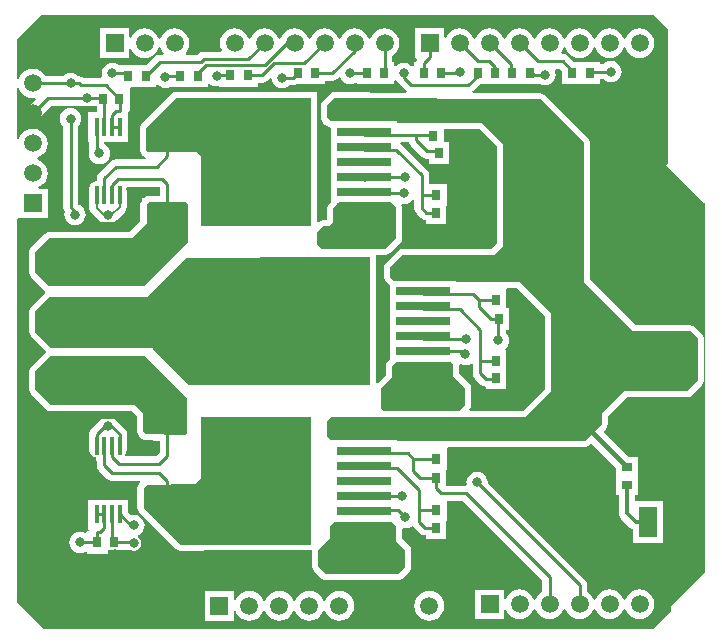
<source format=gtl>
G04*
G04 #@! TF.GenerationSoftware,Altium Limited,Altium Designer,18.0.7 (293)*
G04*
G04 Layer_Physical_Order=1*
G04 Layer_Color=255*
%FSLAX25Y25*%
%MOIN*%
G70*
G01*
G75*
%ADD10C,0.01000*%
%ADD11C,0.00787*%
%ADD12R,0.05906X0.10236*%
%ADD13R,0.03543X0.02756*%
%ADD14R,0.02756X0.03543*%
%ADD15R,0.12992X0.04331*%
%ADD16R,0.01575X0.05906*%
%ADD17R,0.37008X0.42520*%
%ADD18R,0.18110X0.03150*%
%ADD19R,0.03150X0.03543*%
%ADD20R,0.17717X0.07874*%
%ADD35C,0.01181*%
%ADD36C,0.01575*%
%ADD37C,0.05906*%
%ADD38R,0.05906X0.05906*%
%ADD39C,0.15748*%
%ADD40R,0.05906X0.05906*%
%ADD41C,0.03150*%
G36*
X251016Y206374D02*
X255516Y201874D01*
Y156874D01*
X255016Y156374D01*
X267516Y143874D01*
X268016D01*
Y20874D01*
X256516Y9374D01*
Y7874D01*
X250516Y1874D01*
X47426Y1874D01*
X38600Y10700D01*
X38600Y138294D01*
X38879Y138679D01*
X39100Y138679D01*
X48721D01*
Y148521D01*
X45705D01*
X45606Y149021D01*
X46282Y149301D01*
X47310Y150090D01*
X48099Y151118D01*
X48595Y152315D01*
X48764Y153600D01*
X48595Y154885D01*
X48099Y156082D01*
X47310Y157110D01*
X46282Y157899D01*
X45208Y158343D01*
X45208Y158344D01*
Y158856D01*
X45208Y158857D01*
X46282Y159301D01*
X47310Y160090D01*
X48099Y161118D01*
X48595Y162315D01*
X48764Y163600D01*
X48595Y164885D01*
X48099Y166082D01*
X47310Y167110D01*
X46282Y167899D01*
X45085Y168395D01*
X43800Y168564D01*
X42515Y168395D01*
X41318Y167899D01*
X40290Y167110D01*
X39501Y166082D01*
X39100Y165113D01*
X38600Y165213D01*
Y181988D01*
X39100Y182087D01*
X39501Y181118D01*
X40290Y180090D01*
X41318Y179301D01*
X42515Y178805D01*
X43800Y178636D01*
X44686Y178753D01*
X44920Y178279D01*
X42020Y175380D01*
X41475Y174563D01*
X41283Y173600D01*
X41475Y172637D01*
X42020Y171820D01*
X42837Y171275D01*
X43800Y171083D01*
X44763Y171275D01*
X45580Y171820D01*
X49843Y176083D01*
X65104D01*
Y174039D01*
X62305D01*
Y164196D01*
X62545D01*
Y161239D01*
X62548Y161223D01*
X62426Y160300D01*
X62548Y159375D01*
X62905Y158513D01*
X63473Y157773D01*
X64213Y157205D01*
X65075Y156848D01*
X66000Y156726D01*
X66925Y156848D01*
X67787Y157205D01*
X68527Y157773D01*
X69095Y158513D01*
X69452Y159375D01*
X69574Y160300D01*
X69452Y161225D01*
X69095Y162087D01*
X68527Y162827D01*
X67787Y163395D01*
X67578Y163481D01*
Y164196D01*
X75494D01*
Y174039D01*
X75494D01*
X75477Y174060D01*
X75713Y174560D01*
X76199D01*
Y182040D01*
X76567Y182360D01*
X84799D01*
Y183229D01*
X85299Y183399D01*
X85473Y183173D01*
X86213Y182605D01*
X87075Y182248D01*
X88000Y182126D01*
X88925Y182248D01*
X89353Y182425D01*
X89601Y182260D01*
Y182260D01*
X102199D01*
Y183396D01*
X102699Y183576D01*
X103313Y183105D01*
X104175Y182748D01*
X105100Y182626D01*
X105801Y182718D01*
X106301Y182559D01*
Y182559D01*
X118899D01*
Y183782D01*
X120199D01*
X121162Y183974D01*
X121979Y184520D01*
X122838Y185378D01*
X123366Y185199D01*
X123448Y184575D01*
X123805Y183713D01*
X124373Y182973D01*
X125113Y182405D01*
X125975Y182048D01*
X126900Y181926D01*
X127825Y182048D01*
X128687Y182405D01*
X129427Y182973D01*
X129435Y182983D01*
X130547D01*
X131510Y183175D01*
X131650Y183268D01*
X141299D01*
Y184483D01*
X143500D01*
X144463Y184675D01*
X145280Y185220D01*
X145755Y185696D01*
X146245Y185598D01*
X146405Y185213D01*
X146973Y184473D01*
X147713Y183905D01*
X148575Y183548D01*
X149500Y183426D01*
X150425Y183548D01*
X151201Y183869D01*
X151701Y183666D01*
Y183268D01*
X164299D01*
Y184529D01*
X164799Y184699D01*
X164973Y184473D01*
X165403Y184143D01*
X165720Y183668D01*
X168168Y181220D01*
X168371Y181085D01*
X168218Y180586D01*
X144261Y180754D01*
X144254Y180752D01*
X144246Y180754D01*
X143870Y180679D01*
X143491Y180606D01*
X143485Y180602D01*
X143478Y180601D01*
X143159Y180387D01*
X142837Y180176D01*
X142833Y180170D01*
X142827Y180166D01*
X140581Y177920D01*
X140146Y177269D01*
X139993Y176500D01*
X139993Y171999D01*
X140146Y171230D01*
X140419Y170822D01*
X140581Y170579D01*
X141304Y169857D01*
X141478Y169741D01*
X141627Y169594D01*
X142014Y169342D01*
X142187Y169273D01*
X142342Y169169D01*
X142547Y169129D01*
X142741Y169051D01*
X143110Y168629D01*
Y163937D01*
Y158937D01*
Y153937D01*
Y148937D01*
Y143949D01*
X142581Y143419D01*
X142146Y142768D01*
X141993Y142000D01*
X141993Y138373D01*
X141627Y138007D01*
X140500Y138007D01*
X140500Y138007D01*
X140500Y138007D01*
X140173Y137942D01*
X139732Y137854D01*
X139732Y137854D01*
X139732Y137854D01*
X139493Y137695D01*
X139081Y137419D01*
X139081Y137419D01*
X139081Y137419D01*
X139045Y137383D01*
X138583Y137574D01*
Y180709D01*
X109020D01*
X108900Y180712D01*
X108675Y180757D01*
X91450D01*
X90682Y180604D01*
X90031Y180169D01*
X86281Y176419D01*
X80181Y170319D01*
X79746Y169668D01*
X79593Y168900D01*
Y161300D01*
X79746Y160532D01*
X80118Y159975D01*
Y159587D01*
X80475D01*
X80681Y159381D01*
X81332Y158946D01*
X81477Y158917D01*
X81428Y158417D01*
X71499D01*
X70536Y158225D01*
X69719Y157680D01*
X65841Y153801D01*
X65295Y152985D01*
X65104Y152022D01*
Y151204D01*
X64865D01*
Y151021D01*
X64140Y150877D01*
X63358Y150355D01*
X62836Y149574D01*
X62653Y148652D01*
Y146283D01*
Y142139D01*
X62836Y141217D01*
X63358Y140436D01*
X65797Y137997D01*
X66578Y137475D01*
X67500Y137292D01*
X70000D01*
X70922Y137475D01*
X71703Y137997D01*
X74442Y140735D01*
X74964Y141517D01*
X75147Y142439D01*
Y147800D01*
X74971Y148687D01*
X74975Y148798D01*
X75183Y149187D01*
X85853D01*
X86066Y148975D01*
Y146433D01*
X85711Y146081D01*
X82414Y146106D01*
X82406Y146104D01*
X82398Y146106D01*
X82022Y146031D01*
X81644Y145958D01*
X81638Y145954D01*
X81630Y145953D01*
X81311Y145739D01*
X80990Y145528D01*
X80986Y145522D01*
X80979Y145518D01*
X80875Y145413D01*
X80118D01*
Y144576D01*
X79846Y144168D01*
X79693Y143400D01*
X79693Y137631D01*
X76169Y134107D01*
X49200D01*
X48432Y133954D01*
X47781Y133519D01*
X43253Y128991D01*
X42818Y128340D01*
X42665Y127572D01*
X42665Y120428D01*
X42665Y120428D01*
Y120428D01*
X42705Y120226D01*
X42818Y119660D01*
X42818Y119660D01*
X42818Y119660D01*
X43036Y119333D01*
X43253Y119009D01*
X43253Y119009D01*
X43253Y119009D01*
X47681Y114581D01*
X47876Y114451D01*
X47938Y114135D01*
X47933Y113926D01*
X47897Y113835D01*
X43252Y109190D01*
X42817Y108539D01*
X42664Y107771D01*
Y100729D01*
X42719Y100451D01*
X42816Y99961D01*
X43252Y99310D01*
X48362Y94200D01*
X43251Y89090D01*
X42816Y88439D01*
X42663Y87670D01*
X42663Y81429D01*
X42663Y81429D01*
X42663Y81429D01*
X42730Y81095D01*
X42816Y80661D01*
X42816Y80661D01*
Y80661D01*
X43251Y80010D01*
X43251Y80010D01*
X48281Y74981D01*
X48680Y74714D01*
X48932Y74546D01*
X48932Y74546D01*
X48932Y74546D01*
X49318Y74469D01*
X49700Y74393D01*
X76969Y74393D01*
X78593Y72769D01*
X78593Y67600D01*
X78746Y66832D01*
X79181Y66181D01*
X80118Y65244D01*
Y65087D01*
X80322D01*
X80500Y64968D01*
X80817Y64752D01*
X80825Y64750D01*
X80832Y64746D01*
X81208Y64671D01*
X81584Y64593D01*
X86066Y64557D01*
Y60525D01*
X84957Y59417D01*
X74852D01*
X74586Y59917D01*
X74961Y60478D01*
X75145Y61400D01*
Y62273D01*
X75253Y62817D01*
Y66664D01*
X75062Y67627D01*
X74516Y68444D01*
X71780Y71180D01*
X70963Y71725D01*
X70000Y71917D01*
X69455Y71808D01*
X68345D01*
X67800Y71917D01*
X66837Y71725D01*
X66020Y71180D01*
X63279Y68439D01*
X62734Y67622D01*
X62542Y66659D01*
Y62817D01*
X62651Y62273D01*
Y61400D01*
X62834Y60478D01*
X63356Y59697D01*
X64137Y59175D01*
X64862Y59031D01*
Y57896D01*
X65101D01*
Y56282D01*
X65293Y55319D01*
X65838Y54502D01*
X68520Y51820D01*
X69337Y51275D01*
X70300Y51083D01*
X70300Y51083D01*
X79491D01*
X79683Y50621D01*
X79281Y50219D01*
X78846Y49568D01*
X78693Y48800D01*
Y42200D01*
X78846Y41432D01*
X79281Y40781D01*
X91681Y28381D01*
X92332Y27946D01*
X93100Y27793D01*
X100300D01*
X101068Y27946D01*
X101079Y27953D01*
X136993D01*
X136993Y22500D01*
X137146Y21732D01*
X137581Y21081D01*
X140081Y18581D01*
X140732Y18146D01*
X141500Y17993D01*
X165500Y17993D01*
X166268Y18146D01*
X166919Y18581D01*
X169419Y21081D01*
X169854Y21732D01*
X170007Y22500D01*
X170007Y28000D01*
X169854Y28768D01*
X169419Y29419D01*
X167007Y31831D01*
X167007Y35054D01*
X167507Y35491D01*
X168000Y35426D01*
X168925Y35548D01*
X169787Y35905D01*
X170032Y36093D01*
X170526Y36012D01*
X170720Y35720D01*
X172720Y33720D01*
X173537Y33175D01*
X174500Y32983D01*
X174803D01*
Y31760D01*
X181496D01*
Y37760D01*
X181890D01*
Y44483D01*
X187057D01*
X213546Y17995D01*
Y14272D01*
X212553Y13510D01*
X211764Y12482D01*
X211320Y11408D01*
X211319Y11408D01*
X210807D01*
X210806Y11408D01*
X210362Y12482D01*
X209573Y13510D01*
X208545Y14299D01*
X207348Y14795D01*
X206063Y14964D01*
X204778Y14795D01*
X203581Y14299D01*
X202553Y13510D01*
X201764Y12482D01*
X201484Y11806D01*
X200984Y11905D01*
Y14921D01*
X191142D01*
Y5079D01*
X200984D01*
Y8095D01*
X201484Y8194D01*
X201764Y7518D01*
X202553Y6490D01*
X203581Y5701D01*
X204778Y5205D01*
X206063Y5036D01*
X207348Y5205D01*
X208545Y5701D01*
X209573Y6490D01*
X210362Y7518D01*
X210806Y8592D01*
X210807Y8592D01*
X211319D01*
X211320Y8592D01*
X211764Y7518D01*
X212553Y6490D01*
X213581Y5701D01*
X214778Y5205D01*
X216063Y5036D01*
X217348Y5205D01*
X218545Y5701D01*
X219573Y6490D01*
X220362Y7518D01*
X220806Y8592D01*
X220807Y8592D01*
X221319D01*
X221320Y8592D01*
X221764Y7518D01*
X222553Y6490D01*
X223581Y5701D01*
X224778Y5205D01*
X226063Y5036D01*
X227348Y5205D01*
X228545Y5701D01*
X229573Y6490D01*
X230362Y7518D01*
X230806Y8592D01*
X230807Y8592D01*
X231319D01*
X231320Y8592D01*
X231764Y7518D01*
X232553Y6490D01*
X233581Y5701D01*
X234778Y5205D01*
X236063Y5036D01*
X237348Y5205D01*
X238545Y5701D01*
X239573Y6490D01*
X240362Y7518D01*
X240806Y8592D01*
X240807Y8592D01*
X241319D01*
X241320Y8592D01*
X241764Y7518D01*
X242553Y6490D01*
X243581Y5701D01*
X244778Y5205D01*
X246063Y5036D01*
X247348Y5205D01*
X248545Y5701D01*
X249573Y6490D01*
X250362Y7518D01*
X250858Y8715D01*
X251027Y10000D01*
X250858Y11285D01*
X250362Y12482D01*
X249573Y13510D01*
X248545Y14299D01*
X247348Y14795D01*
X246063Y14964D01*
X244778Y14795D01*
X243581Y14299D01*
X242553Y13510D01*
X241764Y12482D01*
X241320Y11408D01*
X241319Y11408D01*
X240807D01*
X240806Y11408D01*
X240362Y12482D01*
X239573Y13510D01*
X238545Y14299D01*
X237348Y14795D01*
X236063Y14964D01*
X234778Y14795D01*
X233581Y14299D01*
X232553Y13510D01*
X231764Y12482D01*
X231320Y11408D01*
X231319Y11408D01*
X230807D01*
X230806Y11408D01*
X230362Y12482D01*
X229573Y13510D01*
X228617Y14243D01*
Y16400D01*
X228425Y17363D01*
X227880Y18180D01*
X195472Y50587D01*
X195474Y50600D01*
X195352Y51525D01*
X194995Y52387D01*
X194427Y53127D01*
X193687Y53695D01*
X192825Y54052D01*
X191900Y54174D01*
X190975Y54052D01*
X190113Y53695D01*
X189373Y53127D01*
X188805Y52387D01*
X188448Y51525D01*
X188326Y50600D01*
X188410Y49965D01*
X188249Y49732D01*
X188018Y49528D01*
X187986Y49517D01*
X181496D01*
Y54760D01*
X181890D01*
Y62240D01*
X182285Y62493D01*
X228000D01*
X228768Y62646D01*
X229419Y63081D01*
X229956Y63618D01*
X238060Y55515D01*
Y52359D01*
Y46454D01*
X239219D01*
Y40300D01*
X239307Y39632D01*
X239565Y39009D01*
X239975Y38475D01*
X242875Y35575D01*
X243409Y35165D01*
X243973Y34931D01*
Y30313D01*
X253816D01*
Y44487D01*
X244381D01*
Y46454D01*
X245540D01*
Y52359D01*
Y59052D01*
X242385D01*
X233888Y67549D01*
X234919Y68581D01*
X235354Y69232D01*
X235507Y70000D01*
X235507Y72669D01*
X241831Y78993D01*
X262000Y78993D01*
X262768Y79145D01*
X263419Y79580D01*
X266809Y82971D01*
X267244Y83622D01*
X267397Y84390D01*
X267397Y98610D01*
X267244Y99378D01*
X266809Y100029D01*
X264419Y102419D01*
X263768Y102854D01*
X263000Y103007D01*
X244831D01*
X229507Y118331D01*
X229507Y164000D01*
X229354Y164768D01*
X228919Y165419D01*
X214655Y179683D01*
X214335Y179897D01*
X214017Y180113D01*
X214010Y180114D01*
X214004Y180118D01*
X213627Y180193D01*
X213250Y180271D01*
X190497Y180430D01*
X190347Y180931D01*
X190780Y181220D01*
X192827Y183268D01*
X212799D01*
Y183268D01*
X212893Y183330D01*
X213575Y183048D01*
X214500Y182926D01*
X215425Y183048D01*
X216287Y183405D01*
X217027Y183973D01*
X217595Y184713D01*
X217952Y185575D01*
X218074Y186500D01*
X217952Y187425D01*
X217721Y187983D01*
X218052Y188483D01*
X219458D01*
X220201Y187740D01*
Y183268D01*
X232799D01*
Y184983D01*
X233965D01*
X233973Y184973D01*
X234713Y184405D01*
X235575Y184048D01*
X236500Y183926D01*
X237425Y184048D01*
X238287Y184405D01*
X239027Y184973D01*
X239595Y185713D01*
X239952Y186575D01*
X240074Y187500D01*
X239952Y188425D01*
X239595Y189287D01*
X239027Y190027D01*
X238287Y190595D01*
X237425Y190952D01*
X236500Y191074D01*
X235575Y190952D01*
X234713Y190595D01*
X233973Y190027D01*
X233965Y190017D01*
X232799D01*
Y190748D01*
X224311D01*
X222280Y192780D01*
X221463Y193325D01*
X220500Y193517D01*
X220187D01*
X219941Y194017D01*
X220362Y194565D01*
X220806Y195639D01*
X220807Y195639D01*
X221319D01*
X221320Y195639D01*
X221764Y194565D01*
X222553Y193537D01*
X223581Y192748D01*
X224778Y192253D01*
X226063Y192084D01*
X227348Y192253D01*
X228545Y192748D01*
X229573Y193537D01*
X230362Y194565D01*
X230806Y195639D01*
X230807Y195639D01*
X231319D01*
X231320Y195639D01*
X231764Y194565D01*
X232553Y193537D01*
X233581Y192748D01*
X234778Y192253D01*
X236063Y192084D01*
X237348Y192253D01*
X238545Y192748D01*
X239573Y193537D01*
X240362Y194565D01*
X240806Y195639D01*
X240807Y195639D01*
X241319D01*
X241320Y195639D01*
X241764Y194565D01*
X242553Y193537D01*
X243581Y192748D01*
X244778Y192253D01*
X246063Y192084D01*
X247348Y192253D01*
X248545Y192748D01*
X249573Y193537D01*
X250362Y194565D01*
X250858Y195763D01*
X251027Y197047D01*
X250858Y198332D01*
X250362Y199529D01*
X249573Y200557D01*
X248545Y201346D01*
X247348Y201842D01*
X246063Y202011D01*
X244778Y201842D01*
X243581Y201346D01*
X242553Y200557D01*
X241764Y199529D01*
X241320Y198456D01*
X241319Y198455D01*
X240807D01*
X240806Y198456D01*
X240362Y199529D01*
X239573Y200557D01*
X238545Y201346D01*
X237348Y201842D01*
X236063Y202011D01*
X234778Y201842D01*
X233581Y201346D01*
X232553Y200557D01*
X231764Y199529D01*
X231320Y198456D01*
X231319Y198455D01*
X230807D01*
X230806Y198456D01*
X230362Y199529D01*
X229573Y200557D01*
X228545Y201346D01*
X227348Y201842D01*
X226063Y202011D01*
X224778Y201842D01*
X223581Y201346D01*
X222553Y200557D01*
X221764Y199529D01*
X221320Y198456D01*
X221319Y198455D01*
X220807D01*
X220806Y198456D01*
X220362Y199529D01*
X219573Y200557D01*
X218545Y201346D01*
X217348Y201842D01*
X216063Y202011D01*
X214778Y201842D01*
X213581Y201346D01*
X212553Y200557D01*
X211764Y199529D01*
X211320Y198456D01*
X211319Y198455D01*
X210807D01*
X210806Y198456D01*
X210362Y199529D01*
X209573Y200557D01*
X208545Y201346D01*
X207348Y201842D01*
X206063Y202011D01*
X204778Y201842D01*
X203581Y201346D01*
X202553Y200557D01*
X201764Y199529D01*
X201320Y198456D01*
X201319Y198455D01*
X200807D01*
X200806Y198456D01*
X200362Y199529D01*
X199573Y200557D01*
X198545Y201346D01*
X197348Y201842D01*
X196063Y202011D01*
X194778Y201842D01*
X193581Y201346D01*
X192553Y200557D01*
X191764Y199529D01*
X191320Y198456D01*
X191319Y198455D01*
X190807D01*
X190806Y198456D01*
X190362Y199529D01*
X189573Y200557D01*
X188545Y201346D01*
X187348Y201842D01*
X186063Y202011D01*
X184778Y201842D01*
X183581Y201346D01*
X182553Y200557D01*
X181764Y199529D01*
X181484Y198853D01*
X180984Y198952D01*
Y201969D01*
X171142D01*
Y192126D01*
X171603D01*
X171839Y191685D01*
X171722Y191510D01*
X171570Y190748D01*
X170701D01*
Y189471D01*
X170201Y189301D01*
X170027Y189527D01*
X169287Y190095D01*
X168425Y190452D01*
X167500Y190574D01*
X166575Y190452D01*
X165713Y190095D01*
X164973Y189527D01*
X164799Y189301D01*
X164299Y189471D01*
Y190748D01*
X163580D01*
Y192775D01*
X164573Y193537D01*
X165362Y194565D01*
X165858Y195763D01*
X166027Y197047D01*
X165858Y198332D01*
X165362Y199529D01*
X164573Y200557D01*
X163545Y201346D01*
X162348Y201842D01*
X161063Y202011D01*
X159778Y201842D01*
X158581Y201346D01*
X157553Y200557D01*
X156764Y199529D01*
X156320Y198456D01*
X156319Y198455D01*
X155807D01*
X155806Y198456D01*
X155362Y199529D01*
X154573Y200557D01*
X153545Y201346D01*
X152348Y201842D01*
X151063Y202011D01*
X149778Y201842D01*
X148581Y201346D01*
X147553Y200557D01*
X146764Y199529D01*
X146320Y198456D01*
X146319Y198455D01*
X145807D01*
X145806Y198456D01*
X145362Y199529D01*
X144573Y200557D01*
X143545Y201346D01*
X142348Y201842D01*
X141063Y202011D01*
X139778Y201842D01*
X138581Y201346D01*
X137553Y200557D01*
X136764Y199529D01*
X136320Y198456D01*
X136319Y198455D01*
X135807D01*
X135806Y198456D01*
X135362Y199529D01*
X134573Y200557D01*
X133545Y201346D01*
X132348Y201842D01*
X131063Y202011D01*
X129778Y201842D01*
X128581Y201346D01*
X127553Y200557D01*
X126764Y199529D01*
X126356Y198543D01*
X126320Y198507D01*
X125735Y198629D01*
X125362Y199529D01*
X124573Y200557D01*
X123545Y201346D01*
X122348Y201842D01*
X121063Y202011D01*
X119778Y201842D01*
X118581Y201346D01*
X117553Y200557D01*
X116764Y199529D01*
X116320Y198456D01*
X116319Y198455D01*
X115807D01*
X115806Y198456D01*
X115362Y199529D01*
X114573Y200557D01*
X113545Y201346D01*
X112348Y201842D01*
X111063Y202011D01*
X109778Y201842D01*
X108581Y201346D01*
X107553Y200557D01*
X106764Y199529D01*
X106268Y198332D01*
X106099Y197047D01*
X106268Y195763D01*
X106732Y194643D01*
X106534Y194143D01*
X100751D01*
X99788Y193951D01*
X98971Y193406D01*
X98782Y193217D01*
X94942D01*
X94711Y193717D01*
X95362Y194565D01*
X95858Y195763D01*
X96027Y197047D01*
X95858Y198332D01*
X95362Y199529D01*
X94573Y200557D01*
X93545Y201346D01*
X92348Y201842D01*
X91063Y202011D01*
X89778Y201842D01*
X88581Y201346D01*
X87553Y200557D01*
X86764Y199529D01*
X86320Y198456D01*
X86319Y198455D01*
X85807D01*
X85806Y198456D01*
X85362Y199529D01*
X84573Y200557D01*
X83545Y201346D01*
X82348Y201842D01*
X81063Y202011D01*
X79778Y201842D01*
X78581Y201346D01*
X77553Y200557D01*
X76764Y199529D01*
X76484Y198853D01*
X75984Y198952D01*
Y201969D01*
X66142D01*
Y192126D01*
X75984D01*
Y195142D01*
X76484Y195241D01*
X76764Y194565D01*
X77553Y193537D01*
X78581Y192748D01*
X79778Y192253D01*
X81063Y192084D01*
X82348Y192253D01*
X83545Y192748D01*
X84573Y193537D01*
X85362Y194565D01*
X85806Y195639D01*
X85807Y195639D01*
X86319D01*
X86320Y195639D01*
X86764Y194565D01*
X87415Y193717D01*
X87184Y193217D01*
X86053D01*
X85090Y193025D01*
X84273Y192480D01*
X81634Y189840D01*
X72419D01*
X72087Y190095D01*
X71225Y190452D01*
X70300Y190574D01*
X69375Y190452D01*
X68513Y190095D01*
X67773Y189527D01*
X67205Y188787D01*
X66848Y187925D01*
X66726Y187000D01*
X66848Y186075D01*
X66907Y185933D01*
X66629Y185517D01*
X60734D01*
X60123Y185925D01*
X59160Y186117D01*
X58935D01*
X58927Y186127D01*
X58187Y186695D01*
X57325Y187052D01*
X56400Y187174D01*
X55475Y187052D01*
X54613Y186695D01*
X53873Y186127D01*
X53865Y186117D01*
X48072D01*
X47310Y187110D01*
X46282Y187899D01*
X45085Y188395D01*
X43800Y188564D01*
X42515Y188395D01*
X41318Y187899D01*
X40290Y187110D01*
X39501Y186082D01*
X39100Y185113D01*
X38600Y185213D01*
Y198500D01*
X46474Y206374D01*
X251016Y206374D01*
D02*
G37*
G36*
X108940Y178326D02*
X100700Y161500D01*
Y159207D01*
X100271Y158929D01*
X98400Y160800D01*
X82100Y160800D01*
X81600Y161300D01*
Y168900D01*
X87700Y175000D01*
X91450Y178750D01*
X108675D01*
X108940Y178326D01*
D02*
G37*
G36*
X192669Y168493D02*
X198493Y162669D01*
X198493Y130331D01*
X196669Y128507D01*
X167000D01*
X166232Y128354D01*
X165581Y127919D01*
X161581Y123919D01*
X161146Y123268D01*
X160993Y122500D01*
X160993Y119000D01*
X161146Y118232D01*
X161581Y117581D01*
X162707Y116455D01*
X162795Y116396D01*
Y110787D01*
Y105787D01*
Y100787D01*
Y95787D01*
Y91634D01*
X162081Y90919D01*
X161646Y90268D01*
X161493Y89500D01*
X161493Y86331D01*
X158768Y83606D01*
X158268Y83813D01*
Y126493D01*
X161500D01*
X162268Y126646D01*
X162919Y127081D01*
X166419Y130581D01*
X166854Y131232D01*
X167007Y132000D01*
X167007Y142000D01*
X166854Y142768D01*
X166679Y143030D01*
X166969Y143496D01*
X167500Y143426D01*
X168425Y143548D01*
X169287Y143905D01*
X170027Y144473D01*
X170483Y145067D01*
X170983Y144897D01*
Y142000D01*
X171175Y141037D01*
X171720Y140220D01*
X173220Y138720D01*
X174037Y138175D01*
X174803Y138022D01*
Y136760D01*
X181496D01*
Y142760D01*
X181890D01*
Y150240D01*
X176017D01*
Y152941D01*
X175825Y153904D01*
X175280Y154720D01*
X166646Y163355D01*
X166341Y163558D01*
X166493Y164058D01*
X169103D01*
X169175Y163697D01*
X169720Y162881D01*
X173381Y159220D01*
X174197Y158675D01*
X175160Y158483D01*
X175701D01*
Y156760D01*
X182394D01*
Y164240D01*
X180787D01*
Y168493D01*
X192669Y168493D01*
D02*
G37*
G36*
X165000Y142000D02*
X165000Y132000D01*
X161500Y128500D01*
X140000Y128500D01*
X138500Y130000D01*
Y134000D01*
X140500Y136000D01*
X142500Y136000D01*
X144000Y137500D01*
X144000Y142000D01*
X145937Y143937D01*
X163063D01*
X165000Y142000D01*
D02*
G37*
G36*
X94795Y144005D02*
X95600Y143200D01*
X95600Y130900D01*
X80700Y116000D01*
X49100Y116000D01*
X44672Y120428D01*
X44672Y127572D01*
X49200Y132100D01*
X77000D01*
X81700Y136800D01*
X81700Y143400D01*
X82398Y144098D01*
X94795Y144005D01*
D02*
G37*
G36*
X122029Y125487D02*
X122451Y125295D01*
X119500Y83000D01*
X96000D01*
X84000Y95000D01*
Y95500D01*
X49900Y95500D01*
X44671Y100729D01*
Y107771D01*
X49400Y112500D01*
X82000Y112500D01*
X95000Y125500D01*
X121964D01*
X122029Y125487D01*
D02*
G37*
G36*
X214493Y106169D02*
X214493Y81831D01*
X207169Y74507D01*
X189499Y74507D01*
X189307Y74969D01*
X189419Y75081D01*
X189854Y75732D01*
X190007Y76500D01*
X190007Y82000D01*
X189854Y82768D01*
X189419Y83419D01*
X186007Y86831D01*
Y89808D01*
X186375Y90108D01*
X186489Y90141D01*
X187075Y89898D01*
X188000Y89776D01*
X188925Y89898D01*
X189787Y90255D01*
X190035Y90445D01*
X190483Y90224D01*
Y87000D01*
X190675Y86037D01*
X191220Y85220D01*
X193220Y83220D01*
X194037Y82675D01*
X194701Y82543D01*
Y81760D01*
X201394D01*
Y87260D01*
X201575D01*
Y94740D01*
X201394D01*
X201224Y95240D01*
X201527Y95473D01*
X202095Y96213D01*
X202452Y97075D01*
X202574Y98000D01*
X202452Y98925D01*
X202095Y99787D01*
X201527Y100527D01*
X201517Y100535D01*
Y101260D01*
X202394D01*
Y108740D01*
X201575D01*
Y115240D01*
X201970Y115493D01*
X205169D01*
X214493Y106169D01*
D02*
G37*
G36*
X213236Y178264D02*
X227500Y164000D01*
X227500Y117500D01*
X244000Y101000D01*
X263000D01*
X265390Y98610D01*
X265390Y84390D01*
X262000Y81000D01*
X241000Y81000D01*
X233500Y73500D01*
X233500Y70000D01*
X228000Y64500D01*
X165157D01*
Y64724D01*
X143276D01*
X142000Y66000D01*
Y71000D01*
X143500Y72500D01*
X160965Y72500D01*
X161000Y72493D01*
X186000Y72493D01*
X186036Y72500D01*
X208000Y72500D01*
X216500Y81000D01*
X216500Y107000D01*
X206000Y117500D01*
X184843Y117500D01*
Y117874D01*
X164126D01*
X163000Y119000D01*
X163000Y122500D01*
X167000Y126500D01*
X197500D01*
X200500Y129500D01*
X200500Y163500D01*
X193500Y170500D01*
X165157Y170500D01*
Y171024D01*
X143110D01*
X143110Y171024D01*
Y171024D01*
X142723Y171276D01*
X142000Y171999D01*
X142000Y176500D01*
X144246Y178746D01*
X213236Y178264D01*
D02*
G37*
G36*
X184000Y90000D02*
Y86000D01*
X188000Y82000D01*
X188000Y76500D01*
X186000Y74500D01*
X161000Y74500D01*
X160000Y75500D01*
X160000Y82000D01*
X163500Y85500D01*
X163500Y89500D01*
X164787Y90787D01*
X183213D01*
X184000Y90000D01*
D02*
G37*
G36*
X95200Y78800D02*
Y67000D01*
X94700Y66500D01*
X94000D01*
X81600Y66600D01*
X80600Y67600D01*
X80600Y73600D01*
X77800Y76400D01*
X49700Y76400D01*
X44671Y81429D01*
X44671Y87670D01*
X49900Y92900D01*
X81100D01*
X95200Y78800D01*
D02*
G37*
G36*
X100300Y51400D02*
Y29800D01*
X93100D01*
X80700Y42200D01*
Y48800D01*
X81800Y49900D01*
X97700Y50000D01*
X99700Y52000D01*
X100300Y51400D01*
D02*
G37*
G36*
X165000Y36000D02*
X165000Y31000D01*
X168000Y28000D01*
X168000Y22500D01*
X165500Y20000D01*
X141500Y20000D01*
X139000Y22500D01*
X139000Y28000D01*
X143000Y32000D01*
X143000Y36000D01*
X144500Y37500D01*
X163500D01*
X165000Y36000D01*
D02*
G37*
%LPC*%
G36*
X56400Y175474D02*
X55475Y175352D01*
X54613Y174995D01*
X53873Y174427D01*
X53305Y173687D01*
X52948Y172825D01*
X52826Y171900D01*
X52948Y170975D01*
X53305Y170113D01*
X53873Y169373D01*
X53883Y169365D01*
Y142400D01*
X54075Y141437D01*
X54461Y140858D01*
X54448Y140825D01*
X54326Y139900D01*
X54448Y138975D01*
X54805Y138113D01*
X55373Y137373D01*
X56113Y136805D01*
X56975Y136448D01*
X57900Y136326D01*
X58825Y136448D01*
X59687Y136805D01*
X60427Y137373D01*
X60995Y138113D01*
X61352Y138975D01*
X61474Y139900D01*
X61352Y140825D01*
X60995Y141687D01*
X60427Y142427D01*
X59687Y142995D01*
X59136Y143223D01*
X58917Y143442D01*
Y169365D01*
X58927Y169373D01*
X59495Y170113D01*
X59852Y170975D01*
X59974Y171900D01*
X59852Y172825D01*
X59495Y173687D01*
X58927Y174427D01*
X58187Y174995D01*
X57325Y175352D01*
X56400Y175474D01*
D02*
G37*
G36*
X75492Y44904D02*
X62303D01*
Y35061D01*
X62303D01*
X62458Y34840D01*
X62198Y34340D01*
X61701D01*
Y33935D01*
X61201Y33731D01*
X60425Y34052D01*
X59500Y34174D01*
X58575Y34052D01*
X57713Y33695D01*
X56973Y33127D01*
X56405Y32387D01*
X56048Y31525D01*
X55926Y30600D01*
X56048Y29675D01*
X56405Y28813D01*
X56973Y28073D01*
X57713Y27505D01*
X58575Y27148D01*
X59500Y27026D01*
X60425Y27148D01*
X61201Y27469D01*
X61701Y27266D01*
Y26860D01*
X68787D01*
Y28047D01*
X68829Y28069D01*
X69287Y28260D01*
X70177Y28083D01*
X71140Y28275D01*
X71166Y28292D01*
X71193Y28275D01*
X72156Y28083D01*
X76375D01*
X76537Y27975D01*
X77500Y27783D01*
X78463Y27975D01*
X79280Y28520D01*
X79825Y29337D01*
X80017Y30300D01*
X79825Y31263D01*
X79280Y32080D01*
X78980Y32380D01*
X78835Y32476D01*
X78890Y33041D01*
X79287Y33205D01*
X80027Y33773D01*
X80595Y34513D01*
X80952Y35375D01*
X81074Y36300D01*
X80952Y37225D01*
X80595Y38087D01*
X80027Y38827D01*
X79287Y39395D01*
X78425Y39752D01*
X77500Y39874D01*
X76575Y39752D01*
X76540Y39738D01*
X75492Y40786D01*
Y44904D01*
D02*
G37*
G36*
X145984Y14464D02*
X144700Y14295D01*
X143502Y13799D01*
X142474Y13010D01*
X141685Y11982D01*
X141241Y10908D01*
X141240Y10908D01*
X140728D01*
X140728Y10908D01*
X140283Y11982D01*
X139494Y13010D01*
X138466Y13799D01*
X137269Y14295D01*
X135984Y14464D01*
X134699Y14295D01*
X133502Y13799D01*
X132474Y13010D01*
X131685Y11982D01*
X131241Y10908D01*
X131240Y10908D01*
X130728D01*
X130728Y10908D01*
X130283Y11982D01*
X129494Y13010D01*
X128466Y13799D01*
X127269Y14295D01*
X125984Y14464D01*
X124699Y14295D01*
X123502Y13799D01*
X122474Y13010D01*
X121686Y11982D01*
X121241Y10908D01*
X121240Y10908D01*
X120728D01*
X120728Y10908D01*
X120283Y11982D01*
X119494Y13010D01*
X118466Y13799D01*
X117269Y14295D01*
X115984Y14464D01*
X114699Y14295D01*
X113502Y13799D01*
X112474Y13010D01*
X111686Y11982D01*
X111405Y11306D01*
X110905Y11405D01*
Y14421D01*
X101063D01*
Y4579D01*
X110905D01*
Y7595D01*
X111405Y7694D01*
X111686Y7018D01*
X112474Y5990D01*
X113502Y5201D01*
X114699Y4705D01*
X115984Y4536D01*
X117269Y4705D01*
X118466Y5201D01*
X119494Y5990D01*
X120283Y7018D01*
X120728Y8092D01*
X120728Y8092D01*
X121240D01*
X121241Y8092D01*
X121686Y7018D01*
X122474Y5990D01*
X123502Y5201D01*
X124699Y4705D01*
X125984Y4536D01*
X127269Y4705D01*
X128466Y5201D01*
X129494Y5990D01*
X130283Y7018D01*
X130728Y8092D01*
X130728Y8092D01*
X131240D01*
X131241Y8092D01*
X131685Y7018D01*
X132474Y5990D01*
X133502Y5201D01*
X134699Y4705D01*
X135984Y4536D01*
X137269Y4705D01*
X138466Y5201D01*
X139494Y5990D01*
X140283Y7018D01*
X140728Y8092D01*
X140728Y8092D01*
X141240D01*
X141241Y8092D01*
X141685Y7018D01*
X142474Y5990D01*
X143502Y5201D01*
X144700Y4705D01*
X145984Y4536D01*
X147269Y4705D01*
X148466Y5201D01*
X149494Y5990D01*
X150283Y7018D01*
X150779Y8215D01*
X150948Y9500D01*
X150779Y10785D01*
X150283Y11982D01*
X149494Y13010D01*
X148466Y13799D01*
X147269Y14295D01*
X145984Y14464D01*
D02*
G37*
G36*
X175984D02*
X174699Y14295D01*
X173502Y13799D01*
X172474Y13010D01*
X171686Y11982D01*
X171190Y10785D01*
X171020Y9500D01*
X171190Y8215D01*
X171686Y7018D01*
X172474Y5990D01*
X173502Y5201D01*
X174699Y4705D01*
X175984Y4536D01*
X177269Y4705D01*
X178466Y5201D01*
X179494Y5990D01*
X180283Y7018D01*
X180779Y8215D01*
X180948Y9500D01*
X180779Y10785D01*
X180283Y11982D01*
X179494Y13010D01*
X178466Y13799D01*
X177269Y14295D01*
X175984Y14464D01*
D02*
G37*
%LPD*%
D10*
X154134Y60276D02*
X168724D01*
X216063Y10000D02*
Y19037D01*
X188100Y47000D02*
X216063Y19037D01*
X180000Y47000D02*
X188100D01*
X191900Y50600D02*
X226100Y16400D01*
X72739Y174400D02*
Y178300D01*
X130547Y185500D02*
X132047Y187000D01*
X126900Y185500D02*
X130547D01*
X65059Y30600D02*
Y34000D01*
X68039Y183000D02*
X72656Y178383D01*
X59760Y183000D02*
X68039D01*
X56400Y183600D02*
X59160D01*
X59760Y183000D01*
X74647Y187000D02*
X75547Y186100D01*
X70300Y187000D02*
X74647D01*
X88000Y185700D02*
X88300Y186000D01*
X92947D01*
X81453Y186100D02*
X86053Y190700D01*
X99825D01*
X100751Y191626D01*
X115642D01*
X121063Y197047D01*
X121211Y189839D02*
X128419Y197047D01*
X101491Y189839D02*
X121211D01*
X98526Y186874D02*
X101491Y189839D01*
X128419Y197047D02*
X131063D01*
X105100Y186200D02*
X105199Y186299D01*
X109647D01*
X134316Y190300D02*
X141063Y197047D01*
X124200Y190300D02*
X134316D01*
X120199Y186299D02*
X124200Y190300D01*
X115553Y186299D02*
X120199D01*
X154134Y40276D02*
X155358Y41500D01*
X154134Y45276D02*
X154858Y46000D01*
X179953Y187000D02*
X185900D01*
X173819Y98425D02*
X188075D01*
X72656Y178383D02*
Y178609D01*
Y178300D02*
Y178383D01*
X57900Y139900D02*
Y140900D01*
X56400Y142400D02*
X57900Y140900D01*
X56400Y142400D02*
Y171900D01*
X43800Y183600D02*
X56400D01*
X43800Y173600D02*
X48800Y178600D01*
X62000D01*
X65061Y161239D02*
Y169117D01*
Y161239D02*
X66000Y160300D01*
X185900Y187000D02*
X186300Y187400D01*
X226100Y10037D02*
Y16400D01*
X72156Y30600D02*
X77200D01*
X77500Y30300D01*
X76619Y36300D02*
X77500D01*
X76519Y36200D02*
X76619Y36300D01*
X72736Y39983D02*
X76519Y36200D01*
X65059Y34000D02*
X66200D01*
X67618Y35418D01*
Y39983D01*
X71400Y174400D02*
X72739D01*
X70179Y173179D02*
X71400Y174400D01*
X70179Y169117D02*
Y173179D01*
X88583Y59483D02*
Y69221D01*
X86000Y56900D02*
X88583Y59483D01*
X72400Y56900D02*
X86000D01*
X88583Y46780D02*
Y51017D01*
X86000Y53600D02*
X88583Y51017D01*
X70300Y53600D02*
X86000D01*
X70177Y59123D02*
X72400Y56900D01*
X67618Y56282D02*
Y62817D01*
Y56282D02*
X70300Y53600D01*
X70177Y59123D02*
Y62817D01*
Y30600D02*
Y39983D01*
X70000Y69400D02*
X72736Y66664D01*
Y62817D02*
Y66664D01*
X65059Y66659D02*
X67800Y69400D01*
X65059Y62817D02*
Y66659D01*
X72656Y178300D02*
X72739D01*
X65059Y30600D02*
X65244D01*
X60700D02*
X65059D01*
X62000Y178600D02*
X66144D01*
X66344Y178400D01*
X66300Y178356D02*
X66344Y178400D01*
X67620Y169117D02*
Y178200D01*
X65059Y39983D02*
X67618D01*
X70179Y169117D02*
X72739D01*
X72100Y151704D02*
X86896D01*
X70179Y149784D02*
X72100Y151704D01*
X86896D02*
X88583Y150017D01*
X67620Y146283D02*
Y152022D01*
X85100Y155900D02*
X88583Y159383D01*
X71499Y155900D02*
X85100D01*
X67620Y152022D02*
X71499Y155900D01*
X70179Y146283D02*
Y149784D01*
X88583Y141279D02*
Y150017D01*
Y159383D02*
Y163721D01*
X199000Y98000D02*
Y105000D01*
X173819Y113425D02*
X190575D01*
X178150Y48850D02*
X180000Y47000D01*
X178150Y48850D02*
Y52000D01*
X209453Y188000D02*
X210953Y186500D01*
X214500D01*
X154134Y166575D02*
X176669D01*
X175160Y161000D02*
X179047D01*
X176669Y166575D02*
X177244Y166000D01*
X229953Y187000D02*
X230453Y187500D01*
X154209Y151500D02*
X155209Y152500D01*
X154134Y147480D02*
X154614Y147000D01*
X167500D01*
X155209Y152500D02*
X168000D01*
X187020Y94331D02*
X188000Y93350D01*
X173819Y94331D02*
X187020D01*
X154858Y46000D02*
X167000D01*
X165500Y41500D02*
X168000Y39000D01*
X155358Y41500D02*
X165500D01*
X53150Y84646D02*
X53465D01*
X230453Y187500D02*
X236500D01*
X229453Y187500D02*
X229953Y187000D01*
X179047Y160500D02*
Y161000D01*
X167500Y185448D02*
Y187000D01*
X189000Y183000D02*
X192047Y186047D01*
X169948Y183000D02*
X189000D01*
X167500Y185448D02*
X169948Y183000D01*
X192047Y186047D02*
Y187000D01*
X176063Y192563D02*
Y197047D01*
X174047Y189000D02*
Y190547D01*
X176063Y192563D01*
X172500Y41500D02*
Y48000D01*
X165224Y55276D02*
X172500Y48000D01*
X155047Y187000D02*
X155047Y187000D01*
X149500Y187000D02*
X155047D01*
X132047D02*
X132047Y187000D01*
X143500Y187000D02*
X151063Y194563D01*
X137953Y187000D02*
X143500D01*
X161063Y188110D02*
Y197047D01*
X159953Y187000D02*
X161063Y188110D01*
X212110Y191000D02*
X220500D01*
X223000Y188500D01*
X151063Y194563D02*
Y197047D01*
X206063D02*
X212110Y191000D01*
X203047Y189453D02*
Y190063D01*
Y188047D02*
Y189453D01*
Y187000D02*
Y188047D01*
X196063Y197047D02*
X203047Y190063D01*
X186063Y197047D02*
X192110Y191000D01*
X196000D01*
X197953Y189047D01*
Y187000D02*
Y189047D01*
X186063Y194937D02*
Y197047D01*
X171500Y164660D02*
X175160Y161000D01*
X171500Y164660D02*
Y166500D01*
X173500Y142000D02*
X175000Y140500D01*
X173500Y142000D02*
Y146500D01*
X154134Y151575D02*
X154209Y151500D01*
X175000Y140500D02*
X176547D01*
X195000Y85000D02*
X197835D01*
X193000Y87000D02*
X195000Y85000D01*
X193000Y87000D02*
Y91000D01*
X173500Y146500D02*
Y152941D01*
Y146500D02*
X176744D01*
X164866Y161575D02*
X173500Y152941D01*
X186075Y108425D02*
X193000Y101500D01*
Y91000D02*
Y101500D01*
X196500Y105000D02*
X199000D01*
X192500Y109000D02*
X196500Y105000D01*
X192500Y109000D02*
Y111500D01*
X193000Y91000D02*
X193000Y91000D01*
X198031D01*
X174500Y35500D02*
X178150D01*
X172500Y37500D02*
X174500Y35500D01*
X172500Y37500D02*
Y41500D01*
X178347D01*
X154134Y55276D02*
X165224D01*
X173000Y52000D02*
X178150D01*
X170500Y54500D02*
X173000Y52000D01*
X170500Y54500D02*
Y58500D01*
X178347D01*
X168724Y60276D02*
X170500Y58500D01*
X173819Y108425D02*
X186075D01*
X192500Y111500D02*
X198031D01*
X190575Y113425D02*
X192500Y111500D01*
X154134Y161575D02*
X164866D01*
X137795Y104331D02*
X138701Y103425D01*
X118110Y51181D02*
X119016Y50276D01*
X118110Y157480D02*
X119016Y156575D01*
D11*
X67800Y69400D02*
X70000D01*
X65061Y146283D02*
Y148652D01*
Y142139D02*
Y146283D01*
X72739D02*
Y147800D01*
Y142439D02*
Y146283D01*
X65059Y61400D02*
Y62817D01*
X72736Y61400D02*
Y62817D01*
X68750Y139700D02*
X70000D01*
X67500D02*
X68750D01*
X70000D02*
X72739Y142439D01*
X65061Y142139D02*
X67500Y139700D01*
D12*
X260705Y37400D02*
D03*
X248895D02*
D03*
D13*
X241800Y55705D02*
D03*
Y49800D02*
D03*
D14*
X92947Y186000D02*
D03*
X98853D02*
D03*
X109647Y186299D02*
D03*
X115553D02*
D03*
X75547Y186100D02*
D03*
X81453D02*
D03*
X184055Y140500D02*
D03*
X178150D02*
D03*
X203953Y85500D02*
D03*
X198047D02*
D03*
X184055Y35500D02*
D03*
X178150D02*
D03*
X184953Y160500D02*
D03*
X179047D02*
D03*
X204953Y105000D02*
D03*
X199047D02*
D03*
X184055Y52000D02*
D03*
X178150D02*
D03*
X223547Y187008D02*
D03*
X229453D02*
D03*
X209453Y187008D02*
D03*
X203547D02*
D03*
X174047Y187008D02*
D03*
X179953D02*
D03*
X197953Y187008D02*
D03*
X192047D02*
D03*
X160953D02*
D03*
X155047D02*
D03*
X137953D02*
D03*
X132047D02*
D03*
D15*
X88583Y46780D02*
D03*
Y69221D02*
D03*
Y163721D02*
D03*
Y141279D02*
D03*
D16*
X72736Y62817D02*
D03*
X70177D02*
D03*
X72736Y39983D02*
D03*
X70177D02*
D03*
X67618Y62817D02*
D03*
X65059D02*
D03*
X67618Y39983D02*
D03*
X65059D02*
D03*
X65061Y146283D02*
D03*
X67620D02*
D03*
X65061Y169117D02*
D03*
X67620D02*
D03*
X70179Y146283D02*
D03*
X72739D02*
D03*
X70179Y169117D02*
D03*
X72739D02*
D03*
D17*
X118110Y157480D02*
D03*
X137795Y104331D02*
D03*
X118110Y51181D02*
D03*
D18*
X154331Y142480D02*
D03*
X154134Y147480D02*
D03*
Y152480D02*
D03*
Y157480D02*
D03*
Y162480D02*
D03*
Y167480D02*
D03*
Y172480D02*
D03*
X173819Y119331D02*
D03*
Y114331D02*
D03*
Y109331D02*
D03*
Y104331D02*
D03*
Y99331D02*
D03*
Y94331D02*
D03*
X174016Y89331D02*
D03*
X154134Y66181D02*
D03*
Y61181D02*
D03*
Y56181D02*
D03*
Y51181D02*
D03*
Y46181D02*
D03*
Y41181D02*
D03*
X154331Y36181D02*
D03*
D19*
X70756Y30600D02*
D03*
X65244D02*
D03*
X67144Y178300D02*
D03*
X72656D02*
D03*
X183858Y146500D02*
D03*
X178347D02*
D03*
X203543Y91000D02*
D03*
X198031D02*
D03*
X183858Y41500D02*
D03*
X178347D02*
D03*
X182756Y166000D02*
D03*
X177244D02*
D03*
X203543Y111500D02*
D03*
X198031D02*
D03*
X183858Y58500D02*
D03*
X178347D02*
D03*
D20*
X245433Y156500D02*
D03*
X210000D02*
D03*
D35*
X244700Y37400D02*
X248895D01*
X241800Y40300D02*
X244700Y37400D01*
X241800Y40300D02*
Y49800D01*
D36*
X230100Y67405D02*
X241800Y55705D01*
D37*
X43800Y183600D02*
D03*
Y173600D02*
D03*
Y163600D02*
D03*
Y153600D02*
D03*
X115984Y9500D02*
D03*
X125984D02*
D03*
X135984D02*
D03*
X145984D02*
D03*
X155984D02*
D03*
X165984D02*
D03*
X175984D02*
D03*
X206063Y10000D02*
D03*
X216063D02*
D03*
X226063D02*
D03*
X236063D02*
D03*
X246063D02*
D03*
X91063Y197047D02*
D03*
X161063D02*
D03*
X151063D02*
D03*
X141063D02*
D03*
X131063D02*
D03*
X121063D02*
D03*
X111063D02*
D03*
X101063D02*
D03*
X81063D02*
D03*
X186063D02*
D03*
X196063D02*
D03*
X206063D02*
D03*
X216063D02*
D03*
X226063D02*
D03*
X236063D02*
D03*
X246063D02*
D03*
D38*
X43800Y143600D02*
D03*
D39*
X255500Y90685D02*
D03*
Y71000D02*
D03*
X53150Y124016D02*
D03*
Y104331D02*
D03*
Y84646D02*
D03*
D40*
X105984Y9500D02*
D03*
X196063Y10000D02*
D03*
X71063Y197047D02*
D03*
X176063D02*
D03*
D41*
X259842Y18500D02*
D03*
Y28400D02*
D03*
X233600Y54300D02*
D03*
X233800Y41300D02*
D03*
X193200Y35200D02*
D03*
X191900Y50600D02*
D03*
X126900Y185500D02*
D03*
X88000Y185700D02*
D03*
X70300Y187000D02*
D03*
X105100Y186200D02*
D03*
X57900Y139900D02*
D03*
X56400Y171900D02*
D03*
Y183600D02*
D03*
X66000Y160300D02*
D03*
X186300Y187400D02*
D03*
X77500Y23300D02*
D03*
Y30300D02*
D03*
Y36300D02*
D03*
X59500Y30600D02*
D03*
X62000Y178600D02*
D03*
X68900Y69500D02*
D03*
X68750Y139700D02*
D03*
X167500Y147000D02*
D03*
X168000Y152500D02*
D03*
X188000Y93350D02*
D03*
X167000Y46000D02*
D03*
X60600Y18000D02*
D03*
X211500Y89500D02*
D03*
Y101000D02*
D03*
X192000Y140500D02*
D03*
X193000Y153000D02*
D03*
X168000Y39000D02*
D03*
X236500Y187500D02*
D03*
X183500Y78000D02*
D03*
X168500D02*
D03*
X173000D02*
D03*
X246000Y171000D02*
D03*
X248500Y144500D02*
D03*
X237500Y142000D02*
D03*
X238000Y174500D02*
D03*
X163000Y25500D02*
D03*
X157500Y25591D02*
D03*
X152000D02*
D03*
X147000Y25500D02*
D03*
X142000Y25591D02*
D03*
X160500Y131500D02*
D03*
X156000D02*
D03*
X151500D02*
D03*
X146500D02*
D03*
X142000D02*
D03*
X178000Y78000D02*
D03*
X163500D02*
D03*
X167500Y187000D02*
D03*
X214500Y186500D02*
D03*
X149500Y187000D02*
D03*
X188075Y98425D02*
D03*
X199000Y98000D02*
D03*
M02*

</source>
